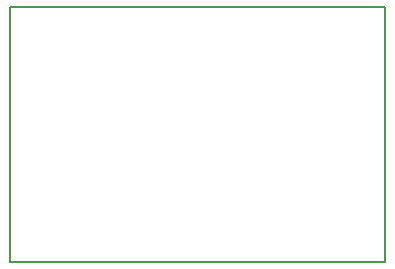
<source format=gbr>
G04 #@! TF.FileFunction,Paste,Bot*
%FSLAX46Y46*%
G04 Gerber Fmt 4.6, Leading zero omitted, Abs format (unit mm)*
G04 Created by KiCad (PCBNEW 4.0.2-stable) date 07/05/2016 12:23:03 p. m.*
%MOMM*%
G01*
G04 APERTURE LIST*
%ADD10C,0.100000*%
%ADD11C,0.150000*%
G04 APERTURE END LIST*
D10*
D11*
X116840000Y-111760000D02*
X116840000Y-110490000D01*
X116840000Y-114300000D02*
X116840000Y-111760000D01*
X148590000Y-114300000D02*
X116840000Y-114300000D01*
X148590000Y-92710000D02*
X148590000Y-114300000D01*
X116840000Y-92710000D02*
X148590000Y-92710000D01*
X116840000Y-113030000D02*
X116840000Y-92710000D01*
M02*

</source>
